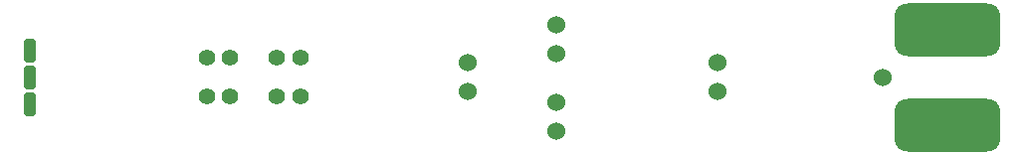
<source format=gbr>
%FSTAX23Y23*%
%MOMM*%
%SFA1B1*%

%IPPOS*%
%AMD32*
4,1,8,-0.500380,0.749300,-0.500380,-0.749300,-0.248920,-1.000760,0.248920,-1.000760,0.500380,-0.749300,0.500380,0.749300,0.248920,1.000760,-0.248920,1.000760,-0.500380,0.749300,0.0*
1,1,0.500000,-0.248920,0.749300*
1,1,0.500000,-0.248920,-0.749300*
1,1,0.500000,0.248920,-0.749300*
1,1,0.500000,0.248920,0.749300*
%
%AMD33*
4,1,8,3.375660,2.250440,-3.375660,2.250440,-4.500880,1.125220,-4.500880,-1.125220,-3.375660,-2.250440,3.375660,-2.250440,4.500880,-1.125220,4.500880,1.125220,3.375660,2.250440,0.0*
1,1,2.250000,3.375660,1.125220*
1,1,2.250000,-3.375660,1.125220*
1,1,2.250000,-3.375660,-1.125220*
1,1,2.250000,3.375660,-1.125220*
%
%ADD31C,1.399997*%
G04~CAMADD=32~8~0.0~0.0~787.4~393.7~98.4~0.0~15~0.0~0.0~0.0~0.0~0~0.0~0.0~0.0~0.0~0~0.0~0.0~0.0~90.0~394.0~788.0*
%ADD32D32*%
G04~CAMADD=33~8~0.0~0.0~3543.3~1771.7~442.9~0.0~15~0.0~0.0~0.0~0.0~0~0.0~0.0~0.0~0.0~0~0.0~0.0~0.0~0.0~3543.3~1771.7*
%ADD33D33*%
%ADD34C,1.523997*%
%LNmicamp_pads_bot-1*%
%LPD*%
G54D31*
X23999Y09649D03*
X21999D03*
X17999D03*
X15999D03*
Y0635D03*
X17999D03*
X21999D03*
X23999D03*
G54D32*
X00999Y05699D03*
Y07999D03*
Y10299D03*
G54D33*
X78999Y03939D03*
Y12059D03*
G54D34*
X73499Y07999D03*
X38249Y06749D03*
Y09249D03*
X45749Y12499D03*
Y09999D03*
Y05899D03*
Y03399D03*
X59499Y09249D03*
Y06749D03*
M02*
</source>
